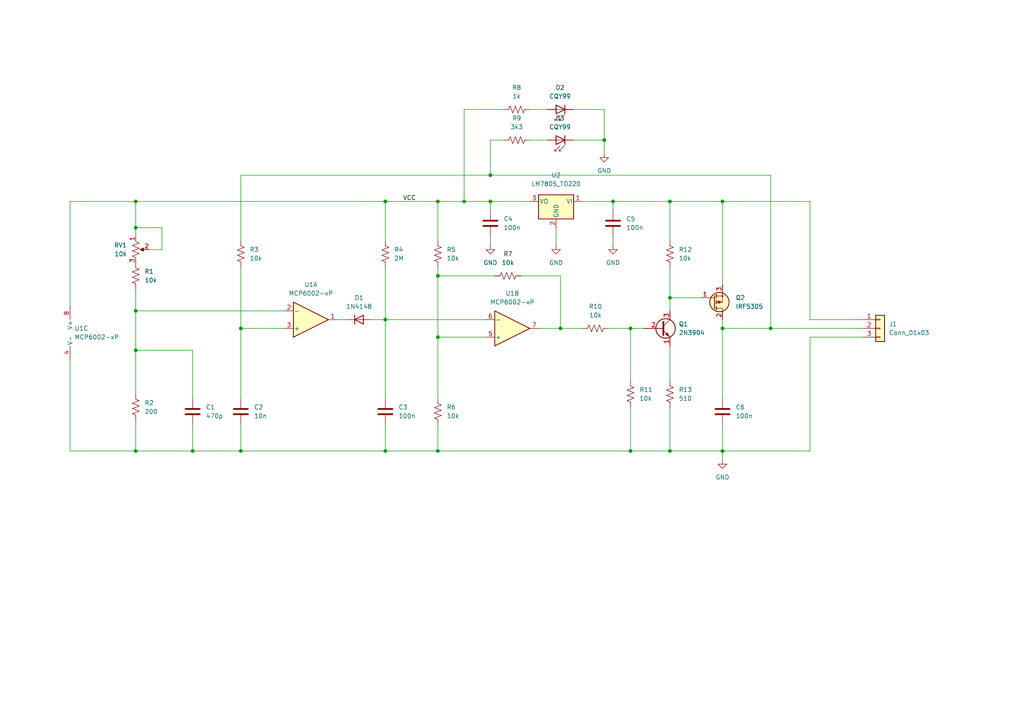
<source format=kicad_sch>
(kicad_sch (version 20211123) (generator eeschema)
  (paper "A4")
  (lib_symbols
    (symbol "Amplifier_Operational:MCP6002-xP" (pin_names (offset 0.127))
      (property "Reference" "U" (at 0 5.08 0))
      (property "Value" "MCP6002-xP" (at 0 -5.08 0))
      (symbol "MCP6002-xP_1_1"
        (polyline (pts (xy -5.08 5.08) (xy 5.08 0) (xy -5.08 -5.08) (xy -5.08 5.08)) (stroke (width 0.254)) (fill (type background)))
        (pin output line (at 7.62 0 180) (length 2.54) (name "~") (number "1"))
        (pin input line (at -7.62 -2.54 0) (length 2.54) (name "-") (number "2"))
        (pin input line (at -7.62 2.54 0) (length 2.54) (name "+") (number "3"))
      )
      (symbol "MCP6002-xP_2_1"
        (polyline (pts (xy -5.08 5.08) (xy 5.08 0) (xy -5.08 -5.08) (xy -5.08 5.08)) (stroke (width 0.254)) (fill (type background)))
        (pin input line (at -7.62 2.54 0) (length 2.54) (name "+") (number "5"))
        (pin input line (at -7.62 -2.54 0) (length 2.54) (name "-") (number "6"))
        (pin output line (at 7.62 0 180) (length 2.54) (name "~") (number "7"))
      )
      (symbol "MCP6002-xP_3_1"
        (pin power_in line (at -2.54 -7.62 90) (length 3.81) (name "V-") (number "4"))
        (pin power_in line (at -2.54 7.62 270) (length 3.81) (name "V+") (number "8"))
      )
    )
    (symbol "Connector_Generic:Conn_01x03" (pin_names (offset 1.016) hide)
      (property "Reference" "J" (at 0 5.08 0))
      (property "Value" "Conn_01x03" (at 0 -5.08 0))
      (symbol "Conn_01x03_1_1"
        (rectangle (start -1.27 -2.413) (end 0 -2.667) (stroke (width 0.1524)))
        (rectangle (start -1.27 0.127) (end 0 -0.127) (stroke (width 0.1524)))
        (rectangle (start -1.27 2.667) (end 0 2.413) (stroke (width 0.1524)))
        (rectangle (start -1.27 3.81) (end 1.27 -3.81) (stroke (width 0.254)) (fill (type background)))
        (pin passive line (at -5.08 2.54 0) (length 3.81) (name "Pin_1") (number "1"))
        (pin passive line (at -5.08 0 0) (length 3.81) (name "Pin_2") (number "2"))
        (pin passive line (at -5.08 -2.54 0) (length 3.81) (name "Pin_3") (number "3"))
      )
    )
    (symbol "Device:C" (pin_numbers hide) (pin_names (offset 0.254))
      (property "Reference" "C" (at 0.635 2.54 0))
      (property "Value" "C" (at 0.635 -2.54 0))
      (symbol "C_0_1"
        (polyline (pts (xy -2.032 -0.762) (xy 2.032 -0.762)) (stroke (width 0.508)))
        (polyline (pts (xy -2.032 0.762) (xy 2.032 0.762)) (stroke (width 0.508)))
      )
      (symbol "C_1_1"
        (pin passive line (at 0 3.81 270) (length 2.794) (name "~") (number "1"))
        (pin passive line (at 0 -3.81 90) (length 2.794) (name "~") (number "2"))
      )
    )
    (symbol "Device:R_Potentiometer_US" (pin_names (offset 1.016) hide)
      (property "Reference" "RV" (at -4.445 0 90))
      (property "Value" "R_Potentiometer_US" (at -2.54 0 90))
      (symbol "R_Potentiometer_US_0_1"
        (polyline (pts (xy 0 -2.286) (xy 0 -2.54)))
        (polyline (pts (xy 0 2.54) (xy 0 2.286)))
        (polyline (pts (xy 2.54 0) (xy 1.524 0)))
        (polyline (pts (xy 1.143 0) (xy 2.286 0.508) (xy 2.286 -0.508) (xy 1.143 0)) (fill (type outline)))
        (polyline (pts (xy 0 -0.762) (xy 1.016 -1.143) (xy 0 -1.524) (xy -1.016 -1.905) (xy 0 -2.286)))
        (polyline (pts (xy 0 0.762) (xy 1.016 0.381) (xy 0 0) (xy -1.016 -0.381) (xy 0 -0.762)))
        (polyline (pts (xy 0 2.286) (xy 1.016 1.905) (xy 0 1.524) (xy -1.016 1.143) (xy 0 0.762)))
      )
      (symbol "R_Potentiometer_US_1_1"
        (pin passive line (at 0 3.81 270) (length 1.27) (name "1") (number "1"))
        (pin passive line (at 3.81 0 180) (length 1.27) (name "2") (number "2"))
        (pin passive line (at 0 -3.81 90) (length 1.27) (name "3") (number "3"))
      )
    )
    (symbol "Device:R_US" (pin_numbers hide) (pin_names (offset 0))
      (property "Reference" "R" (at 2.54 0 90))
      (property "Value" "R_US" (at -2.54 0 90))
      (symbol "R_US_0_1"
        (polyline (pts (xy 0 -2.286) (xy 0 -2.54)))
        (polyline (pts (xy 0 2.286) (xy 0 2.54)))
        (polyline (pts (xy 0 -0.762) (xy 1.016 -1.143) (xy 0 -1.524) (xy -1.016 -1.905) (xy 0 -2.286)))
        (polyline (pts (xy 0 0.762) (xy 1.016 0.381) (xy 0 0) (xy -1.016 -0.381) (xy 0 -0.762)))
        (polyline (pts (xy 0 2.286) (xy 1.016 1.905) (xy 0 1.524) (xy -1.016 1.143) (xy 0 0.762)))
      )
      (symbol "R_US_1_1"
        (pin passive line (at 0 3.81 270) (length 1.27) (name "~") (number "1"))
        (pin passive line (at 0 -3.81 90) (length 1.27) (name "~") (number "2"))
      )
    )
    (symbol "Diode:1N4148" (pin_numbers hide) (pin_names (offset 1.016) hide)
      (property "Reference" "D" (at 0 2.54 0))
      (property "Value" "1N4148" (at 0 -2.54 0))
      (symbol "1N4148_0_1"
        (polyline (pts (xy -1.27 1.27) (xy -1.27 -1.27)) (stroke (width 0.254)))
        (polyline (pts (xy 1.27 0) (xy -1.27 0)))
        (polyline (pts (xy 1.27 1.27) (xy 1.27 -1.27) (xy -1.27 0) (xy 1.27 1.27)) (stroke (width 0.254)))
      )
      (symbol "1N4148_1_1"
        (pin passive line (at -3.81 0 0) (length 2.54) (name "K") (number "1"))
        (pin passive line (at 3.81 0 180) (length 2.54) (name "A") (number "2"))
      )
    )
    (symbol "LED:CQY99" (pin_numbers hide) (pin_names (offset 1.016) hide)
      (property "Reference" "D" (at 0.508 1.778 0))
      (property "Value" "CQY99" (at -1.016 -2.794 0))
      (symbol "CQY99_0_1"
        (polyline (pts (xy -2.54 1.27) (xy -2.54 -1.27)) (stroke (width 0.254)))
        (polyline (pts (xy 0 0) (xy -2.54 0)))
        (polyline (pts (xy 0.381 3.175) (xy -0.127 3.175)))
        (polyline (pts (xy -1.143 1.651) (xy 0.381 3.175) (xy 0.381 2.667)))
        (polyline (pts (xy 0 -1.27) (xy -2.54 0) (xy 0 1.27) (xy 0 -1.27)) (stroke (width 0.254)))
        (polyline (pts (xy -2.413 1.651) (xy -0.889 3.175) (xy -0.889 2.667) (xy -0.889 3.175) (xy -1.397 3.175)))
      )
      (symbol "CQY99_1_1"
        (pin passive line (at -5.08 0 0) (length 2.54) (name "K") (number "1"))
        (pin passive line (at 2.54 0 180) (length 2.54) (name "A") (number "2"))
      )
    )
    (symbol "Regulator_Linear:LM7805_TO220" (pin_names (offset 0.254))
      (property "Reference" "U" (at -3.81 3.175 0))
      (property "Value" "LM7805_TO220" (at 0 3.175 0))
      (symbol "LM7805_TO220_0_1"
        (rectangle (start -5.08 1.905) (end 5.08 -5.08) (stroke (width 0.254)) (fill (type background)))
      )
      (symbol "LM7805_TO220_1_1"
        (pin power_in line (at -7.62 0 0) (length 2.54) (name "VI") (number "1"))
        (pin power_in line (at 0 -7.62 90) (length 2.54) (name "GND") (number "2"))
        (pin power_out line (at 7.62 0 180) (length 2.54) (name "VO") (number "3"))
      )
    )
    (symbol "Transistor_BJT:2N3904" (pin_names (offset 0) hide)
      (property "Reference" "Q" (at 5.08 1.905 0))
      (property "Value" "2N3904" (at 5.08 0 0))
      (symbol "2N3904_0_1"
        (polyline (pts (xy 0.635 0.635) (xy 2.54 2.54)))
        (polyline (pts (xy 0.635 -0.635) (xy 2.54 -2.54) (xy 2.54 -2.54)))
        (polyline (pts (xy 0.635 1.905) (xy 0.635 -1.905) (xy 0.635 -1.905)) (stroke (width 0.508)))
        (polyline (pts (xy 1.27 -1.778) (xy 1.778 -1.27) (xy 2.286 -2.286) (xy 1.27 -1.778) (xy 1.27 -1.778)) (fill (type outline)))
        (circle (center 1.27 0) (radius 2.8194) (stroke (width 0.254)))
      )
      (symbol "2N3904_1_1"
        (pin passive line (at 2.54 -5.08 90) (length 2.54) (name "E") (number "1"))
        (pin passive line (at -5.08 0 0) (length 5.715) (name "B") (number "2"))
        (pin passive line (at 2.54 5.08 270) (length 2.54) (name "C") (number "3"))
      )
    )
    (symbol "Transistor_MOSFET_AKL:IRF5305" (pin_names hide)
      (property "Reference" "Q" (at 5.08 1.27 0))
      (property "Value" "IRF5305" (at 5.08 -1.27 0))
      (symbol "IRF5305_0_1"
        (polyline (pts (xy 0.254 -1.905) (xy 0.254 1.905)) (stroke (width 0.254)))
        (polyline (pts (xy 0.254 1.27) (xy -2.54 1.27)))
        (polyline (pts (xy 0.762 -2.286) (xy 0.762 -1.27)) (stroke (width 0.254)))
        (polyline (pts (xy 0.762 -1.778) (xy 2.54 -1.778)))
        (polyline (pts (xy 0.762 -0.508) (xy 0.762 0.508)) (stroke (width 0.254)))
        (polyline (pts (xy 0.762 1.27) (xy 0.762 2.286)) (stroke (width 0.254)))
        (polyline (pts (xy 0.762 1.778) (xy 2.54 1.778)))
        (polyline (pts (xy 2.54 -2.54) (xy 2.54 -1.778)))
        (polyline (pts (xy 2.54 2.54) (xy 2.54 0) (xy 0.762 0)))
        (polyline (pts (xy 2.286 0) (xy 1.27 -0.381) (xy 1.27 0.381) (xy 2.286 0)) (fill (type outline)))
      )
      (symbol "IRF5305_1_1"
        (circle (center 1.651 0) (radius 2.794) (stroke (width 0.254)) (fill (type background)))
        (circle (center 2.54 1.778) (radius 0.1778) (fill (type outline)))
        (pin input line (at -3.81 1.27 0) (length 2.54) (name "G") (number "1"))
        (pin passive line (at 2.54 -5.08 90) (length 2.54) (name "D") (number "2"))
        (pin passive line (at 2.54 5.08 270) (length 2.54) (name "S") (number "3"))
      )
    )
    (symbol "power:GND" (power) (pin_names (offset 0))
      (property "Value" "GND" (at 0 -3.81 0))
      (symbol "GND_0_1"
        (polyline (pts (xy 0 0) (xy 0 -1.27) (xy 1.27 -1.27) (xy 0 -2.54) (xy -1.27 -1.27) (xy 0 -1.27)))
      )
      (symbol "GND_1_1"
        (pin power_in line (at 0 0 270) (length 0) hide (name "GND") (number "1"))
      )
    )
  )
  (junction (at 111.76 58.42))
  (junction (at 127 130.81))
  (junction (at 39.37 130.81))
  (junction (at 69.85 95.25))
  (junction (at 209.55 130.81))
  (junction (at 223.52 95.25))
  (junction (at 39.37 58.42))
  (junction (at 175.26 40.64))
  (junction (at 194.31 86.36))
  (junction (at 111.76 130.81))
  (junction (at 127 58.42))
  (junction (at 177.8 58.42))
  (junction (at 182.88 95.25))
  (junction (at 127 80.01))
  (junction (at 69.85 130.81))
  (junction (at 55.88 130.81))
  (junction (at 39.37 66.04))
  (junction (at 209.55 58.42))
  (junction (at 194.31 58.42))
  (junction (at 162.56 95.25))
  (junction (at 111.76 92.71))
  (junction (at 194.31 130.81))
  (junction (at 182.88 130.81))
  (junction (at 209.55 95.25))
  (junction (at 142.24 50.8))
  (junction (at 127 97.79))
  (junction (at 39.37 90.17))
  (junction (at 39.37 101.6))
  (junction (at 134.62 58.42))
  (junction (at 142.24 58.42))
  (wire (pts (xy 209.55 58.42) (xy 194.31 58.42)))
  (wire (pts (xy 166.37 40.64) (xy 175.26 40.64)))
  (wire (pts (xy 146.05 31.75) (xy 134.62 31.75)))
  (wire (pts (xy 127 80.01) (xy 143.51 80.01)))
  (wire (pts (xy 151.13 80.01) (xy 162.56 80.01)))
  (wire (pts (xy 39.37 58.42) (xy 39.37 66.04)))
  (wire (pts (xy 177.8 58.42) (xy 194.31 58.42)))
  (wire (pts (xy 127 130.81) (xy 111.76 130.81)))
  (wire (pts (xy 111.76 58.42) (xy 111.76 69.85)))
  (wire (pts (xy 111.76 58.42) (xy 127 58.42)))
  (wire (pts (xy 234.95 92.71) (xy 234.95 58.42)))
  (wire (pts (xy 209.55 130.81) (xy 194.31 130.81)))
  (wire (pts (xy 111.76 77.47) (xy 111.76 92.71)))
  (wire (pts (xy 194.31 77.47) (xy 194.31 86.36)))
  (wire (pts (xy 55.88 101.6) (xy 39.37 101.6)))
  (wire (pts (xy 20.32 58.42) (xy 39.37 58.42)))
  (wire (pts (xy 162.56 80.01) (xy 162.56 95.25)))
  (wire (pts (xy 209.55 123.19) (xy 209.55 130.81)))
  (wire (pts (xy 175.26 31.75) (xy 175.26 40.64)))
  (wire (pts (xy 194.31 58.42) (xy 194.31 69.85)))
  (wire (pts (xy 69.85 95.25) (xy 69.85 115.57)))
  (wire (pts (xy 20.32 130.81) (xy 39.37 130.81)))
  (wire (pts (xy 209.55 92.71) (xy 209.55 95.25)))
  (wire (pts (xy 162.56 95.25) (xy 168.91 95.25)))
  (wire (pts (xy 182.88 95.25) (xy 176.53 95.25)))
  (wire (pts (xy 223.52 50.8) (xy 142.24 50.8)))
  (wire (pts (xy 46.99 66.04) (xy 39.37 66.04)))
  (wire (pts (xy 39.37 130.81) (xy 55.88 130.81)))
  (wire (pts (xy 134.62 31.75) (xy 134.62 58.42)))
  (wire (pts (xy 142.24 40.64) (xy 142.24 50.8)))
  (wire (pts (xy 194.31 86.36) (xy 203.2 86.36)))
  (wire (pts (xy 55.88 115.57) (xy 55.88 101.6)))
  (wire (pts (xy 39.37 130.81) (xy 39.37 121.92)))
  (wire (pts (xy 20.32 104.14) (xy 20.32 130.81)))
  (wire (pts (xy 175.26 40.64) (xy 175.26 44.45)))
  (wire (pts (xy 153.67 31.75) (xy 158.75 31.75)))
  (wire (pts (xy 134.62 58.42) (xy 142.24 58.42)))
  (wire (pts (xy 209.55 130.81) (xy 209.55 133.35)))
  (wire (pts (xy 140.97 97.79) (xy 127 97.79)))
  (wire (pts (xy 127 69.85) (xy 127 58.42)))
  (wire (pts (xy 177.8 68.58) (xy 177.8 71.12)))
  (wire (pts (xy 234.95 58.42) (xy 209.55 58.42)))
  (wire (pts (xy 69.85 77.47) (xy 69.85 95.25)))
  (wire (pts (xy 234.95 97.79) (xy 250.19 97.79)))
  (wire (pts (xy 177.8 58.42) (xy 177.8 60.96)))
  (wire (pts (xy 223.52 95.25) (xy 223.52 50.8)))
  (wire (pts (xy 142.24 50.8) (xy 69.85 50.8)))
  (wire (pts (xy 209.55 82.55) (xy 209.55 58.42)))
  (wire (pts (xy 39.37 90.17) (xy 39.37 101.6)))
  (wire (pts (xy 142.24 58.42) (xy 153.67 58.42)))
  (wire (pts (xy 127 97.79) (xy 127 115.57)))
  (wire (pts (xy 39.37 90.17) (xy 82.55 90.17)))
  (wire (pts (xy 223.52 95.25) (xy 250.19 95.25)))
  (wire (pts (xy 43.18 72.39) (xy 46.99 72.39)))
  (wire (pts (xy 39.37 83.82) (xy 39.37 90.17)))
  (wire (pts (xy 127 77.47) (xy 127 80.01)))
  (wire (pts (xy 20.32 88.9) (xy 20.32 58.42)))
  (wire (pts (xy 142.24 58.42) (xy 142.24 60.96)))
  (wire (pts (xy 69.85 50.8) (xy 69.85 69.85)))
  (wire (pts (xy 209.55 95.25) (xy 223.52 95.25)))
  (wire (pts (xy 111.76 92.71) (xy 140.97 92.71)))
  (wire (pts (xy 234.95 92.71) (xy 250.19 92.71)))
  (wire (pts (xy 153.67 40.64) (xy 158.75 40.64)))
  (wire (pts (xy 182.88 118.11) (xy 182.88 130.81)))
  (wire (pts (xy 127 123.19) (xy 127 130.81)))
  (wire (pts (xy 142.24 68.58) (xy 142.24 71.12)))
  (wire (pts (xy 111.76 123.19) (xy 111.76 130.81)))
  (wire (pts (xy 166.37 31.75) (xy 175.26 31.75)))
  (wire (pts (xy 182.88 110.49) (xy 182.88 95.25)))
  (wire (pts (xy 39.37 66.04) (xy 39.37 68.58)))
  (wire (pts (xy 69.85 130.81) (xy 55.88 130.81)))
  (wire (pts (xy 39.37 58.42) (xy 111.76 58.42)))
  (wire (pts (xy 209.55 95.25) (xy 209.55 115.57)))
  (wire (pts (xy 146.05 40.64) (xy 142.24 40.64)))
  (wire (pts (xy 162.56 95.25) (xy 156.21 95.25)))
  (wire (pts (xy 127 58.42) (xy 134.62 58.42)))
  (wire (pts (xy 111.76 92.71) (xy 111.76 115.57)))
  (wire (pts (xy 182.88 130.81) (xy 127 130.81)))
  (wire (pts (xy 127 80.01) (xy 127 97.79)))
  (wire (pts (xy 97.79 92.71) (xy 100.33 92.71)))
  (wire (pts (xy 46.99 72.39) (xy 46.99 66.04)))
  (wire (pts (xy 194.31 100.33) (xy 194.31 110.49)))
  (wire (pts (xy 111.76 130.81) (xy 69.85 130.81)))
  (wire (pts (xy 107.95 92.71) (xy 111.76 92.71)))
  (wire (pts (xy 182.88 95.25) (xy 186.69 95.25)))
  (wire (pts (xy 168.91 58.42) (xy 177.8 58.42)))
  (wire (pts (xy 234.95 130.81) (xy 209.55 130.81)))
  (wire (pts (xy 39.37 101.6) (xy 39.37 114.3)))
  (wire (pts (xy 161.29 66.04) (xy 161.29 71.12)))
  (wire (pts (xy 55.88 123.19) (xy 55.88 130.81)))
  (wire (pts (xy 69.85 95.25) (xy 82.55 95.25)))
  (wire (pts (xy 194.31 130.81) (xy 182.88 130.81)))
  (wire (pts (xy 194.31 118.11) (xy 194.31 130.81)))
  (wire (pts (xy 194.31 86.36) (xy 194.31 90.17)))
  (wire (pts (xy 69.85 123.19) (xy 69.85 130.81)))
  (wire (pts (xy 234.95 97.79) (xy 234.95 130.81)))
  (label "VCC" (at 116.84 58.42 0))
  (symbol (lib_id "Connector_Generic:Conn_01x03") (at 255.27 95.25 0) (unit 1)
    (property "Reference" "J1" (at 257.81 93.9799 0) (effects (justify left)))
    (property "Value" "Conn_01x03" (at 257.81 96.5199 0) (effects (justify left)))
    (property "Footprint" "Connector_PinHeader_2.54mm:PinHeader_1x03_P2.54mm_Vertical" (effects hide))
  )
  (symbol (lib_id "Device:C") (at 177.8 64.77 0) (unit 1)
    (property "Reference" "C5" (at 181.61 63.4999 0) (effects (justify left)))
    (property "Value" "100n" (at 181.61 66.0399 0) (effects (justify left)))
    (property "Footprint" "Capacitor_THT:C_Disc_D5.0mm_W2.5mm_P5.00mm" (effects hide))
  )
  (symbol (lib_id "Diode:1N4148") (at 104.14 92.71 0) (unit 1)
    (property "Reference" "D1" (at 104.14 86.36 0))
    (property "Value" "1N4148" (at 104.14 88.9 0))
    (property "Footprint" "Diode_THT:D_DO-35_SOD27_P7.62mm_Horizontal" (effects hide))
    (property "Datasheet" "https://assets.nexperia.com/documents/data-sheet/1N4148_1N4448.pdf" (effects hide))
  )
  (symbol (lib_id "Device:R_US") (at 69.85 73.66 0) (unit 1)
    (property "Reference" "R3" (at 72.39 72.3899 0) (effects (justify left)))
    (property "Value" "10k" (at 72.39 74.9299 0) (effects (justify left)))
    (property "Footprint" "Resistor_THT:R_Axial_DIN0207_L6.3mm_D2.5mm_P10.16mm_Horizontal" (effects hide))
  )
  (symbol (lib_id "Device:R_US") (at 111.76 73.66 0) (unit 1)
    (property "Reference" "R4" (at 114.3 72.3899 0) (effects (justify left)))
    (property "Value" "2M" (at 114.3 74.9299 0) (effects (justify left)))
    (property "Footprint" "Resistor_THT:R_Axial_DIN0207_L6.3mm_D2.5mm_P10.16mm_Horizontal" (effects hide))
  )
  (symbol (lib_id "Amplifier_Operational:MCP6002-xP") (at 22.86 96.52 0) (unit 3)
    (property "Reference" "U1" (at 21.59 95.2499 0) (effects (justify left)))
    (property "Value" "MCP6002-xP" (at 21.59 97.7899 0) (effects (justify left)))
    (property "Footprint" "Package_DIP:DIP-8_W7.62mm_Socket_LongPads" (effects hide))
    (property "Datasheet" "http://ww1.microchip.com/downloads/en/DeviceDoc/21733j.pdf" (effects hide))
  )
  (symbol (lib_id "power:GND") (at 177.8 71.12 0) (unit 1)
    (property "Reference" "#PWR04" (effects hide))
    (property "Value" "GND" (at 177.8 76.2 0))
  )
  (symbol (lib_id "Device:R_US") (at 147.32 80.01 90) (unit 1)
    (property "Reference" "R7" (at 147.32 73.66 90))
    (property "Value" "10k" (at 147.32 76.2 90))
    (property "Footprint" "Resistor_THT:R_Axial_DIN0207_L6.3mm_D2.5mm_P10.16mm_Horizontal" (effects hide))
  )
  (symbol (lib_id "Device:R_US") (at 194.31 73.66 180) (unit 1)
    (property "Reference" "R12" (at 196.85 72.3899 0) (effects (justify right)))
    (property "Value" "10k" (at 196.85 74.9299 0) (effects (justify right)))
    (property "Footprint" "Resistor_THT:R_Axial_DIN0207_L6.3mm_D2.5mm_P10.16mm_Horizontal" (effects hide))
  )
  (symbol (lib_id "Device:C") (at 209.55 119.38 0) (unit 1)
    (property "Reference" "C6" (at 213.36 118.1099 0) (effects (justify left)))
    (property "Value" "100n" (at 213.36 120.6499 0) (effects (justify left)))
    (property "Footprint" "Capacitor_THT:C_Disc_D5.0mm_W2.5mm_P5.00mm" (effects hide))
  )
  (symbol (lib_id "Regulator_Linear:LM7805_TO220") (at 161.29 58.42 0) (mirror y) (unit 1)
    (property "Reference" "U2" (at 161.29 50.8 0))
    (property "Value" "LM7805_TO220" (at 161.29 53.34 0))
    (property "Footprint" "Package_TO_SOT_THT:TO-220-3_Vertical" (effects hide))
    (property "Datasheet" "https://www.onsemi.cn/PowerSolutions/document/MC7800-D.PDF" (effects hide))
  )
  (symbol (lib_id "Amplifier_Operational:MCP6002-xP") (at 90.17 92.71 0) (mirror x) (unit 1)
    (property "Reference" "U1" (at 90.17 82.55 0))
    (property "Value" "MCP6002-xP" (at 90.17 85.09 0))
    (property "Footprint" "Package_DIP:DIP-8_W7.62mm_Socket_LongPads" (effects hide))
    (property "Datasheet" "http://ww1.microchip.com/downloads/en/DeviceDoc/21733j.pdf" (effects hide))
  )
  (symbol (lib_id "Transistor_BJT:2N3904") (at 191.77 95.25 0) (unit 1)
    (property "Reference" "Q1" (at 196.85 93.9799 0) (effects (justify left)))
    (property "Value" "2N3904" (at 196.85 96.5199 0) (effects (justify left)))
    (property "Footprint" "Package_TO_SOT_THT:TO-92_Inline" (effects hide))
    (property "Datasheet" "https://www.onsemi.com/pub/Collateral/2N3903-D.PDF" (effects hide))
  )
  (symbol (lib_id "power:GND") (at 161.29 71.12 0) (unit 1)
    (property "Reference" "#PWR02" (effects hide))
    (property "Value" "GND" (at 161.29 76.2 0))
  )
  (symbol (lib_id "Device:C") (at 69.85 119.38 0) (unit 1)
    (property "Reference" "C2" (at 73.66 118.1099 0) (effects (justify left)))
    (property "Value" "10n" (at 73.66 120.6499 0) (effects (justify left)))
    (property "Footprint" "Capacitor_THT:C_Disc_D5.0mm_W2.5mm_P5.00mm" (effects hide))
  )
  (symbol (lib_id "Device:R_US") (at 127 73.66 0) (unit 1)
    (property "Reference" "R5" (at 129.54 72.3899 0) (effects (justify left)))
    (property "Value" "10k" (at 129.54 74.9299 0) (effects (justify left)))
    (property "Footprint" "Resistor_THT:R_Axial_DIN0207_L6.3mm_D2.5mm_P10.16mm_Horizontal" (effects hide))
  )
  (symbol (lib_id "Device:R_US") (at 194.31 114.3 180) (unit 1)
    (property "Reference" "R13" (at 196.85 113.0299 0) (effects (justify right)))
    (property "Value" "510" (at 196.85 115.5699 0) (effects (justify right)))
    (property "Footprint" "Resistor_THT:R_Axial_DIN0207_L6.3mm_D2.5mm_P10.16mm_Horizontal" (effects hide))
  )
  (symbol (lib_id "Transistor_MOSFET_AKL:IRF5305") (at 207.01 87.63 0) (unit 1)
    (property "Reference" "Q2" (at 213.36 86.3599 0) (effects (justify left)))
    (property "Value" "IRF5305" (at 213.36 88.8999 0) (effects (justify left)))
    (property "Footprint" "Package_TO_SOT_THT:TO-220-3_Vertical" (effects hide))
    (property "Datasheet" "https://www.tme.eu/Document/8f17730b909dd381fcbfd8f5c581813f/irf5305.pdf" (effects hide))
  )
  (symbol (lib_id "Device:R_US") (at 39.37 118.11 0) (unit 1)
    (property "Reference" "R2" (at 41.91 116.8399 0) (effects (justify left)))
    (property "Value" "200" (at 41.91 119.3799 0) (effects (justify left)))
    (property "Footprint" "Resistor_THT:R_Axial_DIN0207_L6.3mm_D2.5mm_P10.16mm_Horizontal" (effects hide))
  )
  (symbol (lib_id "Device:R_US") (at 172.72 95.25 90) (unit 1)
    (property "Reference" "R10" (at 172.72 88.9 90))
    (property "Value" "10k" (at 172.72 91.44 90))
    (property "Footprint" "Resistor_THT:R_Axial_DIN0207_L6.3mm_D2.5mm_P10.16mm_Horizontal" (effects hide))
  )
  (symbol (lib_id "Device:R_US") (at 127 119.38 0) (unit 1)
    (property "Reference" "R6" (at 129.54 118.1099 0) (effects (justify left)))
    (property "Value" "10k" (at 129.54 120.6499 0) (effects (justify left)))
    (property "Footprint" "Resistor_THT:R_Axial_DIN0207_L6.3mm_D2.5mm_P10.16mm_Horizontal" (effects hide))
  )
  (symbol (lib_id "LED:CQY99") (at 161.29 31.75 180) (unit 1)
    (property "Reference" "D2" (at 162.433 25.4 0))
    (property "Value" "CQY99" (at 162.433 27.94 0))
    (property "Footprint" "LED_THT:LED_D5.0mm_IRGrey" (effects hide))
    (property "Datasheet" "https://www.prtice.info/IMG/pdf/CQY99.pdf" (effects hide))
  )
  (symbol (lib_id "power:GND") (at 209.55 133.35 0) (unit 1)
    (property "Reference" "#PWR05" (effects hide))
    (property "Value" "GND" (at 209.55 138.43 0))
  )
  (symbol (lib_id "Device:R_US") (at 149.86 31.75 90) (unit 1)
    (property "Reference" "R8" (at 149.86 25.4 90))
    (property "Value" "1k" (at 149.86 27.94 90))
    (property "Footprint" "Resistor_THT:R_Axial_DIN0207_L6.3mm_D2.5mm_P10.16mm_Horizontal" (effects hide))
  )
  (symbol (lib_id "power:GND") (at 175.26 44.45 0) (unit 1)
    (property "Reference" "#PWR03" (effects hide))
    (property "Value" "GND" (at 175.26 49.53 0))
  )
  (symbol (lib_id "Device:C") (at 111.76 119.38 0) (unit 1)
    (property "Reference" "C3" (at 115.57 118.1099 0) (effects (justify left)))
    (property "Value" "100n" (at 115.57 120.6499 0) (effects (justify left)))
    (property "Footprint" "Capacitor_THT:C_Disc_D5.0mm_W2.5mm_P5.00mm" (effects hide))
  )
  (symbol (lib_id "Device:C") (at 142.24 64.77 0) (unit 1)
    (property "Reference" "C4" (at 146.05 63.4999 0) (effects (justify left)))
    (property "Value" "100n" (at 146.05 66.0399 0) (effects (justify left)))
    (property "Footprint" "Capacitor_THT:C_Disc_D5.0mm_W2.5mm_P5.00mm" (effects hide))
  )
  (symbol (lib_id "LED:CQY99") (at 161.29 40.64 180) (unit 1)
    (property "Reference" "D3" (at 162.433 34.29 0))
    (property "Value" "CQY99" (at 162.433 36.83 0))
    (property "Footprint" "LED_THT:LED_D5.0mm_IRGrey" (effects hide))
    (property "Datasheet" "https://www.prtice.info/IMG/pdf/CQY99.pdf" (effects hide))
  )
  (symbol (lib_id "Device:C") (at 55.88 119.38 0) (unit 1)
    (property "Reference" "C1" (at 59.69 118.1099 0) (effects (justify left)))
    (property "Value" "470p" (at 59.69 120.6499 0) (effects (justify left)))
    (property "Footprint" "Capacitor_THT:C_Disc_D5.0mm_W2.5mm_P5.00mm" (effects hide))
  )
  (symbol (lib_id "Device:R_US") (at 39.37 80.01 0) (unit 1)
    (property "Reference" "R1" (at 41.91 78.7399 0) (effects (justify left)))
    (property "Value" "10k" (at 41.91 81.2799 0) (effects (justify left)))
    (property "Footprint" "Resistor_THT:R_Axial_DIN0207_L6.3mm_D2.5mm_P10.16mm_Horizontal" (effects hide))
  )
  (symbol (lib_id "power:GND") (at 142.24 71.12 0) (unit 1)
    (property "Reference" "#PWR01" (effects hide))
    (property "Value" "GND" (at 142.24 76.2 0))
  )
  (symbol (lib_id "Device:R_US") (at 182.88 114.3 180) (unit 1)
    (property "Reference" "R11" (at 185.42 113.0299 0) (effects (justify right)))
    (property "Value" "10k" (at 185.42 115.5699 0) (effects (justify right)))
    (property "Footprint" "Resistor_THT:R_Axial_DIN0207_L6.3mm_D2.5mm_P10.16mm_Horizontal" (effects hide))
  )
  (symbol (lib_id "Device:R_Potentiometer_US") (at 39.37 72.39 0) (unit 1)
    (property "Reference" "RV1" (at 36.83 71.1199 0) (effects (justify right)))
    (property "Value" "10k" (at 36.83 73.6599 0) (effects (justify right)))
    (property "Footprint" "Potentiometer_THT:Potentiometer_Alps_RK163_Single_Horizontal" (effects hide))
  )
  (symbol (lib_id "Amplifier_Operational:MCP6002-xP") (at 148.59 95.25 0) (mirror x) (unit 2)
    (property "Reference" "U1" (at 148.59 85.09 0))
    (property "Value" "MCP6002-xP" (at 148.59 87.63 0))
    (property "Footprint" "Package_DIP:DIP-8_W7.62mm_Socket_LongPads" (effects hide))
    (property "Datasheet" "http://ww1.microchip.com/downloads/en/DeviceDoc/21733j.pdf" (effects hide))
  )
  (symbol (lib_id "Device:R_US") (at 149.86 40.64 90) (unit 1)
    (property "Reference" "R9" (at 149.86 34.29 90))
    (property "Value" "3k3" (at 149.86 36.83 90))
    (property "Footprint" "Resistor_THT:R_Axial_DIN0207_L6.3mm_D2.5mm_P10.16mm_Horizontal" (effects hide))
  )
)
</source>
